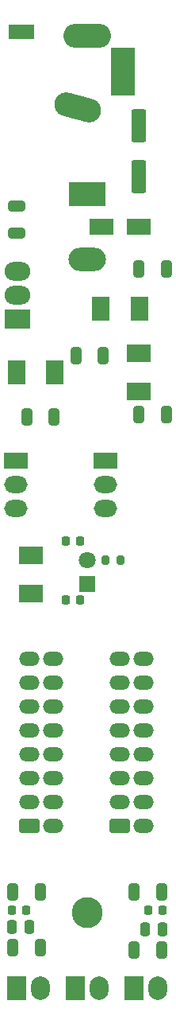
<source format=gbs>
G04 #@! TF.GenerationSoftware,KiCad,Pcbnew,6.0.10-86aedd382b~118~ubuntu18.04.1*
G04 #@! TF.CreationDate,2024-03-18T10:27:50-04:00*
G04 #@! TF.ProjectId,4UP,3455502e-6b69-4636-9164-5f7063625858,rev?*
G04 #@! TF.SameCoordinates,Original*
G04 #@! TF.FileFunction,Soldermask,Bot*
G04 #@! TF.FilePolarity,Negative*
%FSLAX46Y46*%
G04 Gerber Fmt 4.6, Leading zero omitted, Abs format (unit mm)*
G04 Created by KiCad (PCBNEW 6.0.10-86aedd382b~118~ubuntu18.04.1) date 2024-03-18 10:27:50*
%MOMM*%
%LPD*%
G01*
G04 APERTURE LIST*
G04 Aperture macros list*
%AMRoundRect*
0 Rectangle with rounded corners*
0 $1 Rounding radius*
0 $2 $3 $4 $5 $6 $7 $8 $9 X,Y pos of 4 corners*
0 Add a 4 corners polygon primitive as box body*
4,1,4,$2,$3,$4,$5,$6,$7,$8,$9,$2,$3,0*
0 Add four circle primitives for the rounded corners*
1,1,$1+$1,$2,$3*
1,1,$1+$1,$4,$5*
1,1,$1+$1,$6,$7*
1,1,$1+$1,$8,$9*
0 Add four rect primitives between the rounded corners*
20,1,$1+$1,$2,$3,$4,$5,0*
20,1,$1+$1,$4,$5,$6,$7,0*
20,1,$1+$1,$6,$7,$8,$9,0*
20,1,$1+$1,$8,$9,$2,$3,0*%
%AMHorizOval*
0 Thick line with rounded ends*
0 $1 width*
0 $2 $3 position (X,Y) of the first rounded end (center of the circle)*
0 $4 $5 position (X,Y) of the second rounded end (center of the circle)*
0 Add line between two ends*
20,1,$1,$2,$3,$4,$5,0*
0 Add two circle primitives to create the rounded ends*
1,1,$1,$2,$3*
1,1,$1,$4,$5*%
G04 Aperture macros list end*
%ADD10R,1.800000X1.800000*%
%ADD11C,1.800000*%
%ADD12RoundRect,0.200000X-0.200000X-0.275000X0.200000X-0.275000X0.200000X0.275000X-0.200000X0.275000X0*%
%ADD13RoundRect,0.220589X-0.879411X-0.529411X0.879411X-0.529411X0.879411X0.529411X-0.879411X0.529411X0*%
%ADD14O,2.200000X1.500000*%
%ADD15C,3.300000*%
%ADD16R,2.500000X1.800000*%
%ADD17RoundRect,0.250000X0.550000X-1.500000X0.550000X1.500000X-0.550000X1.500000X-0.550000X-1.500000X0*%
%ADD18RoundRect,0.250000X-0.250000X-0.475000X0.250000X-0.475000X0.250000X0.475000X-0.250000X0.475000X0*%
%ADD19RoundRect,0.225000X0.225000X0.250000X-0.225000X0.250000X-0.225000X-0.250000X0.225000X-0.250000X0*%
%ADD20RoundRect,0.225000X-0.225000X-0.250000X0.225000X-0.250000X0.225000X0.250000X-0.225000X0.250000X0*%
%ADD21RoundRect,0.250000X-0.325000X-0.650000X0.325000X-0.650000X0.325000X0.650000X-0.325000X0.650000X0*%
%ADD22RoundRect,0.250000X0.325000X0.650000X-0.325000X0.650000X-0.325000X-0.650000X0.325000X-0.650000X0*%
%ADD23RoundRect,0.250000X0.650000X-0.325000X0.650000X0.325000X-0.650000X0.325000X-0.650000X-0.325000X0*%
%ADD24R,4.000000X2.500000*%
%ADD25O,4.000000X2.500000*%
%ADD26R,2.000000X2.500000*%
%ADD27O,2.000000X2.500000*%
%ADD28HorizOval,2.540000X1.226726X-0.328700X-1.226726X0.328700X0*%
%ADD29R,2.540000X5.080000*%
%ADD30O,5.080000X2.540000*%
%ADD31R,1.900000X2.500000*%
%ADD32R,2.750000X2.000000*%
%ADD33O,2.750000X2.000000*%
%ADD34O,2.500000X1.800000*%
%ADD35R,2.800000X1.600000*%
%ADD36R,2.500000X1.900000*%
G04 APERTURE END LIST*
D10*
X41000000Y-101500000D03*
D11*
X41000000Y-98960000D03*
D12*
X42925000Y-99000000D03*
X44575000Y-99000000D03*
D13*
X34855000Y-127265000D03*
D14*
X37395000Y-127265000D03*
X34855000Y-124725000D03*
X37395000Y-124725000D03*
X34855000Y-122185000D03*
X37395000Y-122185000D03*
X34855000Y-119645000D03*
X37395000Y-119645000D03*
X34855000Y-117105000D03*
X37395000Y-117105000D03*
X34855000Y-114565000D03*
X37395000Y-114565000D03*
X34855000Y-112025000D03*
X37395000Y-112025000D03*
X34855000Y-109485000D03*
X37395000Y-109485000D03*
D13*
X44500000Y-127265000D03*
D14*
X47040000Y-127265000D03*
X44500000Y-124725000D03*
X47040000Y-124725000D03*
X44500000Y-122185000D03*
X47040000Y-122185000D03*
X44500000Y-119645000D03*
X47040000Y-119645000D03*
X44500000Y-117105000D03*
X47040000Y-117105000D03*
X44500000Y-114565000D03*
X47040000Y-114565000D03*
X44500000Y-112025000D03*
X47040000Y-112025000D03*
X44500000Y-109485000D03*
X47040000Y-109485000D03*
D15*
X41000000Y-136500000D03*
D16*
X46500000Y-63500000D03*
X42500000Y-63500000D03*
D17*
X46500000Y-58200000D03*
X46500000Y-52800000D03*
D18*
X32950000Y-138000000D03*
X34850000Y-138000000D03*
X47150000Y-138250000D03*
X49050000Y-138250000D03*
D19*
X38725000Y-96957500D03*
X40275000Y-96957500D03*
X40275000Y-103250000D03*
X38725000Y-103250000D03*
D20*
X47525000Y-136250000D03*
X49075000Y-136250000D03*
X32925000Y-136250000D03*
X34475000Y-136250000D03*
D21*
X46025000Y-140500000D03*
X48975000Y-140500000D03*
D22*
X37475000Y-83750000D03*
X34525000Y-83750000D03*
D21*
X33025000Y-140250000D03*
X35975000Y-140250000D03*
D22*
X42725000Y-77250000D03*
X39775000Y-77250000D03*
D21*
X33025000Y-134250000D03*
X35975000Y-134250000D03*
D23*
X33500000Y-64225000D03*
X33500000Y-61275000D03*
D21*
X46525000Y-83500000D03*
X49475000Y-83500000D03*
X46525000Y-68000000D03*
X49475000Y-68000000D03*
X46025000Y-134250000D03*
X48975000Y-134250000D03*
D24*
X41000000Y-60000000D03*
D25*
X41000000Y-67000000D03*
D26*
X45960000Y-144500000D03*
D27*
X48500000Y-144500000D03*
D26*
X39730000Y-144500000D03*
D27*
X42270000Y-144500000D03*
D28*
X40000000Y-50810000D03*
D29*
X44810000Y-47000000D03*
D30*
X41000000Y-43190000D03*
D26*
X33480000Y-144500000D03*
D27*
X36020000Y-144500000D03*
D31*
X46550000Y-72250000D03*
X42450000Y-72250000D03*
D32*
X33507750Y-73290000D03*
D33*
X33507750Y-70750000D03*
X33507750Y-68210000D03*
D16*
X42912000Y-88417500D03*
D34*
X42912000Y-90957500D03*
X42912000Y-93497500D03*
D35*
X34000000Y-42750000D03*
D36*
X46500000Y-76950000D03*
X46500000Y-81050000D03*
X35000000Y-102550000D03*
X35000000Y-98450000D03*
D31*
X37550000Y-79000000D03*
X33450000Y-79000000D03*
D16*
X33412000Y-88417500D03*
D34*
X33412000Y-90957500D03*
X33412000Y-93497500D03*
M02*

</source>
